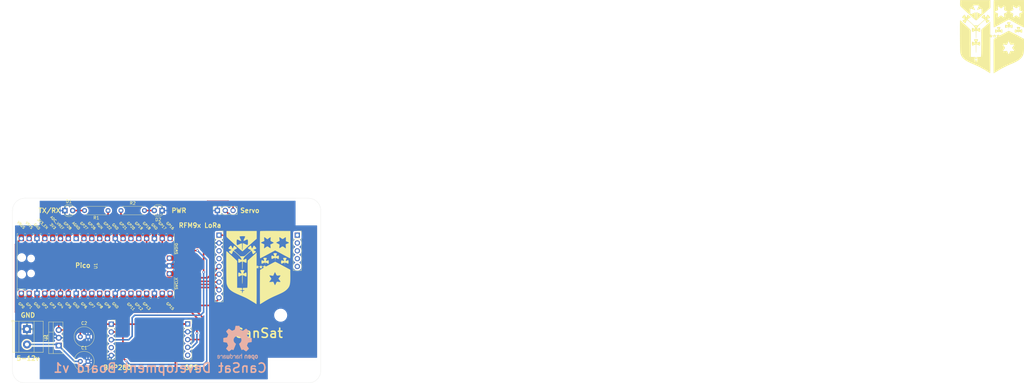
<source format=kicad_pcb>
(kicad_pcb (version 20211014) (generator pcbnew)
  (layers (0 "F.Cu" signal) (31 "B.Cu" signal) (34 "B.Paste" user) (35 "F.Paste" user) (36 "B.SilkS" user "B.Silkscreen") (37 "F.SilkS" user "F.Silkscreen") (38 "B.Mask" user) (39 "F.Mask" user) (44 "Edge.Cuts" user))
  (net 0 "")
  (net 22 "/SCL")
  (net 23 "/SDA")
  (net 24 "+5V")
  (net 25 "GND")
  (net 26 "/INT")
  (net 27 "/SCK")
  (net 28 "/MISO")
  (net 29 "/MOSI")
  (net 30 "/CS")
  (net 31 "/RST")
  (net 33 "Net-(C1-Pad1)")
  (net 36 "/TXD")
  (net 37 "/RXD")
  (net 38 "/Servo")
  (net 39 "Net-(D1-Pad2)")
  (net 40 "Net-(D2-Pad2)")
  (net 41 "/PWRLED")
  (net 42 "/TXLED")
  (footprint "MCU_RaspberryPi_and_Boards:RPi_Pico_SMD_TH" (layer "F.Cu") (at 119.111573 101.861573 90)
    (fp_text reference "U1" (at 0 0 90) (layer "F.SilkS"))
    (fp_text value "Pico")
    (fp_text user "GP12" (at -13.2 13.97 135) (layer "F.SilkS") (effects (font (size 0.8 0.8))))
    (fp_text user "GP1" (at -12.9 -21.6 135) (layer "F.SilkS") (effects (font (size 0.8 0.8))))
    (fp_text user "GP28" (at 13.054 -9.144 135) (layer "F.SilkS") (effects (font (size 0.8 0.8))))
    (fp_text user "GP22" (at 13.054 3.81 135) (layer "F.SilkS") (effects (font (size 0.8 0.8))))
    (fp_text user "GP11" (at -13.2 11.43 135) (layer "F.SilkS") (effects (font (size 0.8 0.8))))
    (fp_text user "GP18" (at 13.054 16.51 135) (layer "F.SilkS") (effects (font (size 0.8 0.8))))
    (fp_text user "GP2" (at -12.9 -16.51 135) (layer "F.SilkS") (effects (font (size 0.8 0.8))))
    (fp_text user "GP3" (at -12.8 -13.97 135) (layer "F.SilkS") (effects (font (size 0.8 0.8))))
    (fp_text user "AGND" (at 13.054 -6.35 135) (layer "F.SilkS") (effects (font (size 0.8 0.8))))
    (fp_text user "GP15" (at -13.054 24.13 135) (layer "F.SilkS") (effects (font (size 0.8 0.8))))
    (fp_text user "GP19" (at 13.054 13.97 135) (layer "F.SilkS") (effects (font (size 0.8 0.8))))
    (fp_text user "SWCLK" (at -5.7 26.2 90) (layer "F.SilkS") (effects (font (size 0.8 0.8))))
    (fp_text user "GP17" (at 13.054 21.59 135) (layer "F.SilkS") (effects (font (size 0.8 0.8))))
    (fp_text user "GP20" (at 13.054 11.43 135) (layer "F.SilkS") (effects (font (size 0.8 0.8))))
    (fp_text user "ADC_VREF" (at 14 -12.5 135) (layer "F.SilkS") (effects (font (size 0.8 0.8))))
    (fp_text user "GP27" (at 13.054 -3.8 135) (layer "F.SilkS") (effects (font (size 0.8 0.8))))
    (fp_text user "GND" (at -12.8 6.35 135) (layer "F.SilkS") (effects (font (size 0.8 0.8))))
    (fp_text user "GND" (at -12.8 -19.05 135) (layer "F.SilkS") (effects (font (size 0.8 0.8))))
    (fp_text user "GP0" (at -12.8 -24.13 135) (layer "F.SilkS") (effects (font (size 0.8 0.8))))
    (fp_text user "GP21" (at 13.054 8.9 135) (layer "F.SilkS") (effects (font (size 0.8 0.8))))
    (fp_text user "RUN" (at 13 1.27 135) (layer "F.SilkS") (effects (font (size 0.8 0.8))))
    (fp_text user "GND" (at 12.8 6.35 135) (layer "F.SilkS") (effects (font (size 0.8 0.8))))
    (fp_text user "3V3_EN" (at 13.7 -17.2 135) (layer "F.SilkS") (effects (font (size 0.8 0.8))))
    (fp_text user "3V3" (at 12.9 -13.9 135) (layer "F.SilkS") (effects (font (size 0.8 0.8))))
    (fp_text user "GP13" (at -13.054 16.51 135) (layer "F.SilkS") (effects (font (size 0.8 0.8))))
    (fp_text user "GP4" (at -12.8 -11.43 135) (layer "F.SilkS") (effects (font (size 0.8 0.8))))
    (fp_text user "GP5" (at -12.8 -8.89 135) (layer "F.SilkS") (effects (font (size 0.8 0.8))))
    (fp_text user "GND" (at 12.8 -19.05 135) (layer "F.SilkS") (effects (font (size 0.8 0.8))))
    (fp_text user "SWDIO" (at 5.6 26.2 90) (layer "F.SilkS") (effects (font (size 0.8 0.8))))
    (fp_text user "GP7" (at -12.7 -1.3 135) (layer "F.SilkS") (effects (font (size 0.8 0.8))))
    (fp_text user "GP9" (at -12.8 3.81 135) (layer "F.SilkS") (effects (font (size 0.8 0.8))))
    (fp_text user "GP8" (at -12.8 1.27 135) (layer "F.SilkS") (effects (font (size 0.8 0.8))))
    (fp_text user "GP26" (at 13.054 -1.27 135) (layer "F.SilkS") (effects (font (size 0.8 0.8))))
    (fp_text user "VSYS" (at 13.2 -21.59 135) (layer "F.SilkS") (effects (font (size 0.8 0.8))))
    (fp_text user "VBUS" (at 13.3 -24.2 135) (layer "F.SilkS") (effects (font (size 0.8 0.8))))
    (fp_text user "GND" (at 12.8 19.05 135) (layer "F.SilkS") (effects (font (size 0.8 0.8))))
    (fp_text user "GND" (at -12.8 -6.35 135) (layer "F.SilkS") (effects (font (size 0.8 0.8))))
    (fp_text user "GP6" (at -12.8 -3.81 135) (layer "F.SilkS") (effects (font (size 0.8 0.8))))
    (fp_text user "GP16" (at 13.054 24.13 135) (layer "F.SilkS") (effects (font (size 0.8 0.8))))
    (pad "" np_thru_hole oval locked (at 2.725 -24 90) (size 1.8 1.8) (drill 1.8) (layers *.Cu *.Mask))
    (pad "" np_thru_hole oval locked (at 2.425 -20.97 90) (size 1.5 1.5) (drill 1.5) (layers *.Cu *.Mask))
    (pad "" np_thru_hole oval locked (at -2.425 -20.97 90) (size 1.5 1.5) (drill 1.5) (layers *.Cu *.Mask))
    (pad "" np_thru_hole oval locked (at -2.725 -24 90) (size 1.8 1.8) (drill 1.8) (layers *.Cu *.Mask))
    (pad "1" thru_hole oval locked (at -8.89 -24.13 90) (size 1.7 1.7) (drill 1.02) (layers *.Cu *.Mask) (net 37 "/RXD"))
    (pad "1" smd rect locked (at -8.89 -24.13 90) (size 3.5 1.7) (drill (offset -0.9 0)) (layers "F.Cu" "F.Mask") (net 37 "/RXD"))
    (pad "2" smd rect locked (at -8.89 -21.59 90) (size 3.5 1.7) (drill (offset -0.9 0)) (layers "F.Cu" "F.Mask") (net 36 "/TXD"))
    (pad "2" thru_hole oval locked (at -8.89 -21.59 90) (size 1.7 1.7) (drill 1.02) (layers *.Cu *.Mask) (net 36 "/TXD"))
    (pad "3" thru_hole rect locked (at -8.89 -19.05 90) (size 1.7 1.7) (drill 1.02) (layers *.Cu *.Mask) (net 25 "GND"))
    (pad "3" smd rect locked (at -8.89 -19.05 90) (size 3.5 1.7) (drill (offset -0.9 0)) (layers "F.Cu" "F.Mask") (net 25 "GND"))
    (pad "4" smd rect locked (at -8.89 -16.51 90) (size 3.5 1.7) (drill (offset -0.9 0)) (layers "F.Cu" "F.Mask") (net 27 "/SCK"))
    (pad "4" thru_hole oval locked (at -8.89 -16.51 90) (size 1.7 1.7) (drill 1.02) (layers *.Cu *.Mask) (net 27 "/SCK"))
    (pad "5" thru_hole oval locked (at -8.89 -13.97 90) (size 1.7 1.7) (drill 1.02) (layers *.Cu *.Mask) (net 26 "/INT"))
    (pad "5" smd rect locked (at -8.89 -13.97 90) (size 3.5 1.7) (drill (offset -0.9 0)) (layers "F.Cu" "F.Mask") (net 26 "/INT"))
    (pad "6" thru_hole oval locked (at -8.89 -11.43 90) (size 1.7 1.7) (drill 1.02) (layers *.Cu *.Mask) (net 28 "/MISO"))
    (pad "6" smd rect locked (at -8.89 -11.43 90) (size 3.5 1.7) (drill (offset -0.9 0)) (layers "F.Cu" "F.Mask") (net 28 "/MISO"))
    (pad "7" thru_hole oval locked (at -8.89 -8.89 90) (size 1.7 1.7) (drill 1.02) (layers *.Cu *.Mask) (net 29 "/MOSI"))
    (pad "7" smd rect locked (at -8.89 -8.89 90) (size 3.5 1.7) (drill (offset -0.9 0)) (layers "F.Cu" "F.Mask") (net 29 "/MOSI"))
    (pad "8" smd rect locked (at -8.89 -6.35 90) (size 3.5 1.7) (drill (offset -0.9 0)) (layers "F.Cu" "F.Mask") (net 25 "GND"))
    (pad "8" thru_hole rect locked (at -8.89 -6.35 90) (size 1.7 1.7) (drill 1.02) (layers *.Cu *.Mask) (net 25 "GND"))
    (pad "9" smd rect locked (at -8.89 -3.81 90) (size 3.5 1.7) (drill (offset -0.9 0)) (layers "F.Cu" "F.Mask") (net 30 "/CS"))
    (pad "9" thru_hole oval locked (at -8.89 -3.81 90) (size 1.7 1.7) (drill 1.02) (layers *.Cu *.Mask) (net 30 "/CS"))
    (pad "10" thru_hole oval locked (at -8.89 -1.27 90) (size 1.7 1.7) (drill 1.02) (layers *.Cu *.Mask) (net 31 "/RST"))
    (pad "10" smd rect locked (at -8.89 -1.27 90) (size 3.5 1.7) (drill (offset -0.9 0)) (layers "F.Cu" "F.Mask") (net 31 "/RST"))
    (pad "11" thru_hole oval locked (at -8.89 1.27 90) (size 1.7 1.7) (drill 1.02) (layers *.Cu *.Mask))
    (pad "11" smd rect locked (at -8.89 1.27 90) (size 3.5 1.7) (drill (offset -0.9 0)) (layers "F.Cu" "F.Mask"))
    (pad "12" thru_hole oval locked (at -8.89 3.81 90) (size 1.7 1.7) (drill 1.02) (layers *.Cu *.Mask))
    (pad "12" smd rect locked (at -8.89 3.81 90) (size 3.5 1.7) (drill (offset -0.9 0)) (layers "F.Cu" "F.Mask"))
    (pad "13" thru_hole rect locked (at -8.89 6.35 90) (size 1.7 1.7) (drill 1.02) (layers *.Cu *.Mask) (net 25 "GND"))
    (pad "13" smd rect locked (at -8.89 6.35 90) (size 3.5 1.7) (drill (offset -0.9 0)) (layers "F.Cu" "F.Mask") (net 25 "GND"))
    (pad "14" smd rect locked (at -8.89 8.89 90) (size 3.5 1.7) (drill (offset -0.9 0)) (layers "F.Cu" "F.Mask"))
    (pad "14" thru_hole oval locked (at -8.89 8.89 90) (size 1.7 1.7) (drill 1.02) (layers *.Cu *.Mask))
    (pad "15" smd rect locked (at -8.89 11.43 90) (size 3.5 1.7) (drill (offset -0.9 0)) (layers "F.Cu" "F.Mask"))
    (pad "15" thru_hole oval locked (at -8.89 11.43 90) (size 1.7 1.7) (drill 1.02) (layers *.Cu *.Mask))
    (pad "16" smd rect locked (at -8.89 13.97 90) (size 3.5 1.7) (drill (offset -0.9 0)) (layers "F.Cu" "F.Mask"))
    (pad "16" thru_hole oval locked (at -8.89 13.97 90) (size 1.7 1.7) (drill 1.02) (layers *.Cu *.Mask))
    (pad "17" smd rect locked (at -8.89 16.51 90) (size 3.5 1.7) (drill (offset -0.9 0)) (layers "F.Cu" "F.Mask"))
    (pad "17" thru_hole oval locked (at -8.89 16.51 90) (size 1.7 1.7) (drill 1.02) (layers *.Cu *.Mask))
    (pad "18" thru_hole rect locked (at -8.89 19.05 90) (size 1.7 1.7) (drill 1.02) (layers *.Cu *.Mask) (net 25 "GND"))
    (pad "18" smd rect locked (at -8.89 19.05 90) (size 3.5 1.7) (drill (offset -0.9 0)) (layers "F.Cu" "F.Mask") (net 25 "GND"))
    (pad "19" thru_hole oval locked (at -8.89 21.59 90) (size 1.7 1.7) (drill 1.02) (layers *.Cu *.Mask))
    (pad "19" smd rect locked (at -8.89 21.59 90) (size 3.5 1.7) (drill (offset -0.9 0)) (layers "F.Cu" "F.Mask"))
    (pad "20" thru_hole oval locked (at -8.89 24.13 90) (size 1.7 1.7) (drill 1.02) (layers *.Cu *.Mask))
    (pad "20" smd rect locked (at -8.89 24.13 90) (size 3.5 1.7) (drill (offset -0.9 0)) (layers "F.Cu" "F.Mask"))
    (pad "21" thru_hole oval locked (at 8.89 24.13 90) (size 1.7 1.7) (drill 1.02) (layers *.Cu *.Mask) (net 38 "/Servo"))
    (pad "21" smd rect locked (at 8.89 24.13 90) (size 3.5 1.7) (drill (offset 0.9 0)) (layers "F.Cu" "F.Mask") (net 38 "/Servo"))
    (pad "22" smd rect locked (at 8.89 21.59 90) (size 3.5 1.7) (drill (offset 0.9 0)) (layers "F.Cu" "F.Mask") (net 22 "/SCL"))
    (pad "22" thru_hole oval locked (at 8.89 21.59 90) (size 1.7 1.7) (drill 1.02) (layers *.Cu *.Mask) (net 22 "/SCL"))
    (pad "23" smd rect locked (at 8.89 19.05 90) (size 3.5 1.7) (drill (offset 0.9 0)) (layers "F.Cu" "F.Mask") (net 25 "GND"))
    (pad "23" thru_hole rect locked (at 8.89 19.05 90) (size 1.7 1.7) (drill 1.02) (layers *.Cu *.Mask) (net 25 "GND"))
    (pad "24" smd rect locked (at 8.89 16.51 90) (size 3.5 1.7) (drill (offset 0.9 0)) (layers "F.Cu" "F.Mask") (net 23 "/SDA"))
    (pad "24" thru_hole oval locked (at 8.89 16.51 90) (size 1.7 1.7) (drill 1.02) (layers *.Cu *.Mask) (net 23 "/SDA"))
    (pad "25" thru_hole oval locked (at 8.89 13.97 90) (size 1.7 1.7) (drill 1.02) (layers *.Cu *.Mask))
    (pad "25" smd rect locked (at 8.89 13.97 90) (size 3.5 1.7) (drill (offset 0.9 0)) (layers "F.Cu" "F.Mask"))
    (pad "26" smd rect locked (at 8.89 11.43 90) (size 3.5 1.7) (drill (offset 0.9 0)) (layers "F.Cu" "F.Mask"))
    (pad "26" thru_hole oval locked (at 8.89 11.43 90) (size 1.7 1.7) (drill 1.02) (layers *.Cu *.Mask))
    (pad "27" smd rect locked (at 8.89 8.89 90) (size 3.5 1.7) (drill (offset 0.9 0)) (layers "F.Cu" "F.Mask") (net 42 "/TXLED"))
    (pad "27" thru_hole oval locked (at 8.89 8.89 90) (size 1.7 1.7) (drill 1.02) (layers *.Cu *.Mask) (net 42 "/TXLED"))
    (pad "28" smd rect locked (at 8.89 6.35 90) (size 3.5 1.7) (drill (offset 0.9 0)) (layers "F.Cu" "F.Mask") (net 25 "GND"))
    (pad "28" thru_hole rect locked (at 8.89 6.35 90) (size 1.7 1.7) (drill 1.02) (layers *.Cu *.Mask) (net 25 "GND"))
    (pad "29" thru_hole oval locked (at 8.89 3.81 90) (size 1.7 1.7) (drill 1.02) (layers *.Cu *.Mask) (net 41 "/PWRLED"))
    (pad "29" smd rect locked (at 8.89 3.81 90) (size 3.5 1.7) (drill (offset 0.9 0)) (layers "F.Cu" "F.Mask") (net 41 "/PWRLED"))
    (pad "30" thru_hole oval locked (at 8.89 1.27 90) (size 1.7 1.7) (drill 1.02) (layers *.Cu *.Mask))
    (pad "30" smd rect locked (at 8.89 1.27 90) (size 3.5 1.7) (drill (offset 0.9 0)) (layers "F.Cu" "F.Mask"))
    (pad "31" smd rect locked (at 8.89 -1.27 90) (size 3.5 1.7) (drill (offset 0.9 0)) (layers "F.Cu" "F.Mask"))
    (pad "31" thru_hole oval locked (at 8.89 -1.27 90) (size 1.7 1.7) (drill 1.02) (layers *.Cu *.Mask))
    (pad "32" smd rect locked (at 8.89 -3.81 90) (size 3.5 1.7) (drill (offset 0.9 0)) (layers "F.Cu" "F.Mask"))
    (pad "32" thru_hole oval locked (at 8.89 -3.81 90) (size 1.7 1.7) (drill 1.02) (layers *.Cu *.Mask))
    (pad "33" smd rect locked (at 8.89 -6.35 90) (size 3.5 1.7) (drill (offset 0.9 0)) (layers "F.Cu" "F.Mask"))
    (pad "33" thru_hole rect locked (at 8.89 -6.35 90) (size 1.7 1.7) (drill 1.02) (layers *.Cu *.Mask))
    (pad "34" smd rect locked (at 8.89 -8.89 90) (size 3.5 1.7) (drill (offset 0.9 0)) (layers "F.Cu" "F.Mask"))
    (pad "34" thru_hole oval locked (at 8.89 -8.89 90) (size 1.7 1.7) (drill 1.02) (layers *.Cu *.Mask))
    (pad "35" smd rect locked (at 8.89 -11.43 90) (size 3.5 1.7) (drill (offset 0.9 0)) (layers "F.Cu" "F.Mask"))
    (pad "35" thru_hole oval locked (at 8.89 -11.43 90) (size 1.7 1.7) (drill 1.02) (layers *.Cu *.Mask))
    (pad "36" smd rect locked (at 8.89 -13.97 90) (size 3.5 1.7) (drill (offset 0.9 0)) (layers "F.Cu" "F.Mask"))
    (pad "36" thru_hole oval locked (at 8.89 -13.97 90) (size 1.7 1.7) (drill 1.02) (layers *.Cu *.Mask))
    (pad "37" smd rect locked (at 8.89 -16.51 90) (size 3.5 1.7) (drill (offset 0.9 0)) (layers "F.Cu" "F.Mask"))
    (pad "37" thru_hole oval locked (at 8.89 -16.51 90) (size 1.7 1.7) (drill 1.02) (layers *.Cu *.Mask))
    (pad "38" thru_hole rect locked (at 8.89 -19.05 90) (size 1.7 1.7) (drill 1.02) (layers *.Cu *.Mask) (net 25 "GND"))
    (pad "38" smd rect locked (at 8.89 -19.05 90) (size 3.5 1.7) (drill (offset 0.9 0)) (layers "F.Cu" "F.Mask") (net 25 "GND"))
    (pad "39" smd rect locked (at 8.89 -21.59 90) (size 3.5 1.7) (drill (offset 0.9 0)) (layers "F.Cu" "F.Mask"))
    (pad "39" thru_hole oval locked (at 8.89 -21.59 90) (size 1.7 1.7) (drill 1.02) (layers *.Cu *.Mask))
    (pad "40" thru_hole oval locked (at 8.89 -24.13 90) (size 1.7 1.7) (drill 1.02) (layers *.Cu *.Mask) (net 24 "+5V"))
    (pad "40" smd rect locked (at 8.89 -24.13 90) (size 3.5 1.7) (drill (offset 0.9 0)) (layers "F.Cu" "F.Mask") (net 24 "+5V"))
    (pad "41" smd rect locked (at -2.54 23.9 180) (size 3.5 1.7) (drill (offset -0.9 0)) (layers "F.Cu" "F.Mask"))
    (pad "41" thru_hole oval locked (at -2.54 23.9 90) (size 1.7 1.7) (drill 1.02) (layers *.Cu *.Mask))
    (pad "42" smd rect locked (at 0 23.9 180) (size 3.5 1.7) (drill (offset -0.9 0)) (layers "F.Cu" "F.Mask") (net 25 "GND"))
    (pad "42" thru_hole rect locked (at 0 23.9 90) (size 1.7 1.7) (drill 1.02) (layers *.Cu *.Mask) (net 25 "GND"))
    (pad "43" smd rect locked (at 2.54 23.9 180) (size 3.5 1.7) (drill (offset -0.9 0)) (layers "F.Cu" "F.Mask"))
    (pad "43" thru_hole oval locked (at 2.54 23.9 90) (size 1.7 1.7) (drill 1.02) (layers *.Cu *.Mask))
  )
  (footprint "Connector_PinSocket_2.54mm:PinSocket_1x05_P2.54mm_Vertical" (layer "F.Cu") (at 148.94 120.69)
    (fp_text reference "GPS1" hide)
    (fp_text value "Conn_01x05_Female" hide)
    (pad "1" thru_hole rect (at 0 0) (size 1.7 1.7) (drill 1) (layers *.Cu *.Mask) (net 24 "+5V"))
    (pad "2" thru_hole oval (at 0 2.54) (size 1.7 1.7) (drill 1) (layers *.Cu *.Mask) (net 25 "GND"))
    (pad "3" thru_hole oval (at 0 5.08) (size 1.7 1.7) (drill 1) (layers *.Cu *.Mask) (net 36 "/TXD"))
    (pad "4" thru_hole oval (at 0 7.62) (size 1.7 1.7) (drill 1) (layers *.Cu *.Mask) (net 37 "/RXD"))
    (pad "5" thru_hole oval (at 0 10.16) (size 1.7 1.7) (drill 1) (layers *.Cu *.Mask))
  )
  (footprint "Connector_PinSocket_2.54mm:PinSocket_1x05_P2.54mm_Vertical" (layer "F.Cu") (at 124.161573 120.761573)
    (fp_text reference "BMP280" hide)
    (fp_text value "Conn_01x05_Female" hide)
    (pad "1" thru_hole rect (at 0 0) (size 1.7 1.7) (drill 1) (layers *.Cu *.Mask) (net 24 "+5V"))
    (pad "2" thru_hole oval (at 0 2.54) (size 1.7 1.7) (drill 1) (layers *.Cu *.Mask) (net 23 "/SDA"))
    (pad "3" thru_hole oval (at 0 5.08) (size 1.7 1.7) (drill 1) (layers *.Cu *.Mask) (net 22 "/SCL"))
    (pad "4" thru_hole oval (at 0 7.62) (size 1.7 1.7) (drill 1) (layers *.Cu *.Mask))
    (pad "5" thru_hole oval (at 0 10.16) (size 1.7 1.7) (drill 1) (layers *.Cu *.Mask) (net 25 "GND"))
  )
  (footprint "Connector_PinSocket_2.54mm:PinSocket_1x03_P2.54mm_Vertical" (layer "F.Cu") (at 158.586573 83.836573 90)
    (fp_text reference "Servo1" hide)
    (fp_text value "Conn_01x03_Male" hide)
    (pad "1" thru_hole rect (at 0 0 90) (size 1.7 1.7) (drill 1) (layers *.Cu *.Mask) (net 25 "GND"))
    (pad "2" thru_hole oval (at 0 2.54 90) (size 1.7 1.7) (drill 1) (layers *.Cu *.Mask) (net 24 "+5V"))
    (pad "3" thru_hole oval (at 0 5.08 90) (size 1.7 1.7) (drill 1) (layers *.Cu *.Mask) (net 38 "/Servo"))
  )
  (footprint "Connector_PinSocket_2.54mm:PinSocket_1x09_P2.54mm_Vertical" (layer "F.Cu") (at 159.111573 91.861573)
    (fp_text reference "RFM9xLora1" hide)
    (fp_text value "Conn_01x09_Female" hide)
    (pad "1" thru_hole rect locked (at 0 0) (size 1.7 1.7) (drill 1) (layers *.Cu *.Mask) (net 24 "+5V"))
    (pad "2" thru_hole oval locked (at 0 2.54) (size 1.7 1.7) (drill 1) (layers *.Cu *.Mask) (net 25 "GND"))
    (pad "3" thru_hole oval locked (at 0 5.08) (size 1.7 1.7) (drill 1) (layers *.Cu *.Mask))
    (pad "4" thru_hole oval locked (at 0 7.62) (size 1.7 1.7) (drill 1) (layers *.Cu *.Mask))
    (pad "5" thru_hole oval locked (at 0 10.16) (size 1.7 1.7) (drill 1) (layers *.Cu *.Mask) (net 27 "/SCK"))
    (pad "6" thru_hole oval locked (at 0 12.7) (size 1.7 1.7) (drill 1) (layers *.Cu *.Mask) (net 28 "/MISO"))
    (pad "7" thru_hole oval locked (at 0 15.24) (size 1.7 1.7) (drill 1) (layers *.Cu *.Mask) (net 29 "/MOSI"))
    (pad "8" thru_hole oval locked (at 0 17.78) (size 1.7 1.7) (drill 1) (layers *.Cu *.Mask) (net 30 "/CS"))
    (pad "9" thru_hole oval locked (at 0 20.32) (size 1.7 1.7) (drill 1) (layers *.Cu *.Mask) (net 31 "/RST"))
  )
  (footprint "Capacitor_THT:C_Radial_D6.3mm_H7.0mm_P2.50mm" (layer "F.Cu") (at 114.111573 132.861573)
    (fp_text reference "C1" (at 1.25 -4.4) (layer "F.SilkS"))
    (fp_text value "10uF")
    (pad "1" thru_hole circle (at 0 0) (size 1.6 1.6) (drill 0.8) (layers *.Cu *.Mask) (net 33 "Net-(C1-Pad1)"))
    (pad "2" thru_hole circle (at 2.5 0) (size 1.6 1.6) (drill 0.8) (layers *.Cu *.Mask) (net 25 "GND"))
  )
  (footprint "Capacitor_THT:C_Radial_D6.3mm_H7.0mm_P2.50mm" (layer "F.Cu") (at 114.111573 124.861573)
    (fp_text reference "C2" (at 1.25 -4.4) (layer "F.SilkS"))
    (fp_text value "100uF")
    (pad "1" thru_hole circle (at 0 0) (size 1.6 1.6) (drill 0.8) (layers *.Cu *.Mask) (net 24 "+5V"))
    (pad "2" thru_hole circle (at 2.5 0) (size 1.6 1.6) (drill 0.8) (layers *.Cu *.Mask) (net 25 "GND"))
  )
  (footprint "Package_TO_SOT_THT:TO-220-3_Vertical" (layer "F.Cu") (at 107.111573 127.739074 90)
    (fp_text reference "U2" (at 2.54 -4.27 90) (layer "F.SilkS"))
    (fp_text value "L7805")
    (pad "1" thru_hole rect (at 0 0 90) (size 1.905 2) (drill 1.1) (layers *.Cu *.Mask) (net 33 "Net-(C1-Pad1)"))
    (pad "2" thru_hole oval (at 2.54 0 90) (size 1.905 2) (drill 1.1) (layers *.Cu *.Mask) (net 25 "GND"))
    (pad "3" thru_hole oval (at 5.08 0 90) (size 1.905 2) (drill 1.1) (layers *.Cu *.Mask) (net 24 "+5V"))
  )
  (footprint "Resistor_THT:R_Axial_DIN0207_L6.3mm_D2.5mm_P7.62mm_Horizontal" (layer "F.Cu") (at 123.111573 83.861573 180)
    (fp_text reference "R1" (at 3.81 -2.37) (layer "F.SilkS"))
    (fp_text value "220R")
    (pad "1" thru_hole circle (at 0 0 180) (size 1.6 1.6) (drill 0.8) (layers *.Cu *.Mask) (net 41 "/PWRLED"))
    (pad "2" thru_hole oval (at 7.62 0 180) (size 1.6 1.6) (drill 0.8) (layers *.Cu *.Mask) (net 39 "Net-(D1-Pad2)"))
  )
  (footprint "Resistor_THT:R_Axial_DIN0207_L6.3mm_D2.5mm_P7.62mm_Horizontal" (layer "F.Cu") (at 127.301573 83.861573)
    (fp_text reference "R2" (at 3.81 -2.37) (layer "F.SilkS"))
    (fp_text value "220R")
    (pad "1" thru_hole circle (at 0 0) (size 1.6 1.6) (drill 0.8) (layers *.Cu *.Mask) (net 42 "/TXLED"))
    (pad "2" thru_hole oval (at 7.62 0) (size 1.6 1.6) (drill 0.8) (layers *.Cu *.Mask) (net 40 "Net-(D2-Pad2)"))
  )
  (footprint "LED_THT:LED_D3.0mm" (layer "F.Cu") (at 109.111573 83.861573)
    (fp_text reference "D1" (at 1.27 -2.96) (layer "F.SilkS"))
    (fp_text value "LED")
    (pad "1" thru_hole rect (at 0 0) (size 1.8 1.8) (drill 0.9) (layers *.Cu *.Mask) (net 25 "GND"))
    (pad "2" thru_hole circle (at 2.54 0) (size 1.8 1.8) (drill 0.9) (layers *.Cu *.Mask) (net 39 "Net-(D1-Pad2)"))
  )
  (footprint "MountingHole:MountingHole_3.2mm_M3" (layer "F.Cu") (at 96.111573 83.861573)
    (fp_text reference "REF**" hide)
    (fp_text value "MountingHole_3.2mm_M3" hide)
    (pad "" np_thru_hole circle (at 0 0) (size 3.2 3.2) (drill 3.2) (layers *.Cu *.Mask))
  )
  (footprint "MountingHole:MountingHole_3.2mm_M3" (layer "F.Cu") (at 188.111573 135.861573)
    (fp_text reference "REF**" hide)
    (fp_text value "MountingHole_3.2mm_M3" hide)
    (pad "" np_thru_hole circle (at 0 0) (size 3.2 3.2) (drill 3.2) (layers *.Cu *.Mask))
  )
  (footprint "Connector_PinSocket_2.54mm:PinSocket_1x05_P2.54mm_Vertical" (layer "F.Cu") (at 184.511573 91.861573)
    (fp_text reference "REF**" hide)
    (fp_text value "PinSocket_1x05_P2.54mm_Vertical" hide)
    (pad "1" thru_hole rect locked (at 0 0) (size 1.7 1.7) (drill 1) (layers *.Cu *.Mask))
    (pad "2" thru_hole oval locked (at 0 2.54) (size 1.7 1.7) (drill 1) (layers *.Cu *.Mask))
    (pad "3" thru_hole oval locked (at 0 5.08) (size 1.7 1.7) (drill 1) (layers *.Cu *.Mask))
    (pad "4" thru_hole oval locked (at 0 7.62) (size 1.7 1.7) (drill 1) (layers *.Cu *.Mask))
    (pad "5" thru_hole oval locked (at 0 10.16) (size 1.7 1.7) (drill 1) (layers *.Cu *.Mask))
  )
  (footprint "MountingHole:MountingHole_3.2mm_M3" (layer "F.Cu") (at 188.111573 83.861573)
    (fp_text reference "REF**" hide)
    (fp_text value "MountingHole_3.2mm_M3" hide)
    (pad "" np_thru_hole circle (at 0 0) (size 3.2 3.2) (drill 3.2) (layers *.Cu *.Mask))
  )
  (footprint "MountingHole:MountingHole_3.2mm_M3" (layer "F.Cu") (at 96.111573 135.861573)
    (fp_text reference "REF**" hide)
    (fp_text value "MountingHole_3.2mm_M3" hide)
    (pad "" np_thru_hole circle (at 0 0) (size 3.2 3.2) (drill 3.2) (layers *.Cu *.Mask))
  )
  (footprint "LED_THT:LED_D3.0mm" (layer "F.Cu") (at 140.651573 83.861573 180)
    (fp_text reference "D2" (at 1.27 -2.96) (layer "F.SilkS"))
    (fp_text value "LED")
    (pad "1" thru_hole rect (at 0 0 180) (size 1.8 1.8) (drill 0.9) (layers *.Cu *.Mask) (net 25 "GND"))
    (pad "2" thru_hole circle (at 2.54 0 180) (size 1.8 1.8) (drill 0.9) (layers *.Cu *.Mask) (net 40 "Net-(D2-Pad2)"))
  )
  (footprint "Logo:logo" (layer "F.Cu") (at 171.94 102.69)
    (fp_text reference "G***" (at 0 0) (layer "F.SilkS") (effects (font (size 1.524 1.524) (thickness 0.3))))
    (fp_text value "LOGO" hide)
  )
  (footprint "TerminalBlock_Phoenix:TerminalBlock_Phoenix_MKDS-1,5-2_1x02_P5.00mm_Horizontal" (layer "F.Cu") (at 96.806573 122.361573 -90)
    (fp_text reference "J1" (at 2.5 -6.26 -90) (layer "F.SilkS"))
    (fp_text value "Screw_Terminal_01x02" hide)
    (pad "1" thru_hole rect (at 0 0 270) (size 2.6 2.6) (drill 1.3) (layers *.Cu *.Mask) (net 25 "GND"))
    (pad "2" thru_hole circle (at 5 0 270) (size 2.6 2.6) (drill 1.3) (layers *.Cu *.Mask) (net 33 "Net-(C1-Pad1)"))
  )
  (footprint "Logo:logo" (layer "F.Cu") (at 409.94 27.69)
    (fp_text reference "G***" (at 0 0) (layer "F.SilkS") (effects (font (size 1.524 1.524) (thickness 0.3))))
    (fp_text value "LOGO" hide)
  )
  (footprint "MountingHole:MountingHole_3.2mm_M3" (layer "F.Cu") (at 179.111573 117.861573)
    (fp_text reference "REF**" hide)
    (fp_text value "MountingHole_3.2mm_M3" hide)
    (pad "" np_thru_hole circle (at 0 0) (size 3.2 3.2) (drill 3.2) (layers *.Cu *.Mask))
  )
  (footprint "MountingHole:MountingHole_3.2mm_M3" (layer "F.Cu") (at 179.111573 135.861573)
    (fp_text reference "REF**" hide)
    (fp_text value "MountingHole_3.2mm_M3" hide)
    (pad "" np_thru_hole circle (at 0 0) (size 3.2 3.2) (drill 3.2) (layers *.Cu *.Mask))
  )
  (footprint "Symbol:OSHW-Logo2_14.6x12mm_SilkScreen" (layer "B.Cu") (at 165.111573 126.861573 180)
    (fp_text reference "REF**" hide)
    (fp_text value "OSHW-Logo2_14.6x12mm_SilkScreen" hide)
  )
  (gr_arc (start 192.111573 135.861573) (mid 190.94 138.69) (end 188.111573 139.861573) (layer "Edge.Cuts") (width 0.05))
  (gr_line (start 96.111573 79.861573) (end 188.111573 79.861573) (layer "Edge.Cuts") (width 0.05))
  (gr_arc (start 188.111573 79.861573) (mid 190.94 81.033146) (end 192.111573 83.861573) (layer "Edge.Cuts") (width 0.05))
  (gr_arc (start 96.111573 139.861573) (mid 93.283146 138.69) (end 92.111573 135.861573) (layer "Edge.Cuts") (width 0.05))
  (gr_line (start 96.111573 139.861573) (end 188.111573 139.861573) (layer "Edge.Cuts") (width 0.05))
  (gr_line (start 92.111573 83.861573) (end 92.111573 135.861573) (layer "Edge.Cuts") (width 0.05))
  (gr_arc (start 92.111573 83.861573) (mid 93.283146 81.033146) (end 96.111573 79.861573) (layer "Edge.Cuts") (width 0.05))
  (gr_line (start 192.111573 135.861573) (end 192.111573 83.861573) (layer "Edge.Cuts") (width 0.05))
  (gr_text "CanSat Development Board v1" (at 140 135) (layer "B.SilkS") (effects (font (size 3 3) (thickness 0.5)) (justify mirror)))
  (gr_text "Pico" (at 114.94 101.69) (layer "F.SilkS") (effects (font (size 1.5 1.5) (thickness 0.3))))
  (gr_text "CanSat" (at 171.94 123.69) (layer "F.SilkS") (effects (font (size 3 3) (thickness 0.5))))
  (gr_text "GPS" (at 150.111573 134.861573) (layer "F.SilkS") (effects (font (size 1.5 1.5) (thickness 0.3))))
  (gr_text "PWR" (at 146.111573 83.861573) (layer "F.SilkS") (effects (font (size 1.5 1.5) (thickness 0.3))))
  (gr_text "Servo" (at 169.111573 83.861573) (layer "F.SilkS") (effects (font (size 1.5 1.5) (thickness 0.3))))
  (gr_text "GND" (at 97.111573 117.861573) (layer "F.SilkS") (effects (font (size 1.5 1.5) (thickness 0.3))))
  (gr_text "5-12v" (at 97.111573 131.861573) (layer "F.SilkS") (effects (font (size 1.5 1.5) (thickness 0.3))))
  (gr_text "BMP280" (at 126.111573 134.861573) (layer "F.SilkS") (effects (font (size 1.5 1.5) (thickness 0.3))))
  (gr_text "RFM9x LoRa" (at 152.94 88.69) (layer "F.SilkS") (effects (font (size 1.5 1.5) (thickness 0.3))))
  (gr_text "TX/RX" (at 104.111573 83.861573) (layer "F.SilkS") (effects (font (size 1.5 1.5) (thickness 0.3))))
  (segment (start 153.111573 95.861573) (end 154.111573 96.861573) (width 0.5) (layer "F.Cu") (net 22))
  (segment (start 154.111573 96.861573) (end 154.111573 103.861573) (width 0.5) (layer "F.Cu") (net 22))
  (segment (start 141.111573 94.861573) (end 142.111573 95.861573) (width 0.5) (layer "F.Cu") (net 22))
  (segment (start 142.111573 95.861573) (end 153.111573 95.861573) (width 0.5) (layer "F.Cu") (net 22))
  (segment (start 124.880595 125.841573) (end 124.161573 125.841573) (width 0.5) (layer "F.Cu") (net 22))
  (segment (start 140.701573 94.451573) (end 141.111573 94.861573) (width 0.5) (layer "F.Cu") (net 22))
  (segment (start 140.701573 92.971573) (end 140.701573 94.451573) (width 0.5) (layer "F.Cu") (net 22))
  (via (at 154.111573 103.861573) (size 0.8) (drill 0.4) (layers "F.Cu" "B.Cu") (net 22))
  (segment (start 130.94 124.69) (end 129.788427 125.841573) (width 0.5) (layer "B.Cu") (net 22))
  (segment (start 131.768427 117.861573) (end 130.94 118.69) (width 0.5) (layer "B.Cu") (net 22))
  (segment (start 154.111573 116.861573) (end 153.111573 117.861573) (width 0.5) (layer "B.Cu") (net 22))
  (segment (start 153.111573 117.861573) (end 131.768427 117.861573) (width 0.5) (layer "B.Cu") (net 22))
  (segment (start 154.111573 103.861573) (end 154.111573 116.861573) (width 0.5) (layer "B.Cu") (net 22))
  (segment (start 130.94 118.69) (end 130.94 124.69) (width 0.5) (layer "B.Cu") (net 22))
  (segment (start 129.788427 125.841573) (end 124.161573 125.841573) (width 0.5) (layer "B.Cu") (net 22))
  (segment (start 135.621573 95.371573) (end 135.621573 92.971573) (width 0.5) (layer "F.Cu") (net 23))
  (segment (start 127.94 124.69) (end 127.94 131.69) (width 0.5) (layer "F.Cu") (net 23))
  (segment (start 152.111573 96.861573) (end 137.111573 96.861573) (width 0.5) (layer "F.Cu") (net 23))
  (segment (start 124.161573 123.301573) (end 126.551573 123.301573) (width 0.5) (layer "F.Cu") (net 23))
  (segment (start 126.551573 123.301573) (end 127.94 124.69) (width 0.5) (layer "F.Cu") (net 23))
  (segment (start 127.94 131.69) (end 128.94 132.69) (width 0.5) (layer "F.Cu") (net 23))
  (segment (start 137.111573 96.861573) (end 135.621573 95.371573) (width 0.5) (layer "F.Cu") (net 23))
  (via (at 152.111573 96.861573) (size 0.8) (drill 0.4) (layers "F.Cu" "B.Cu") (net 23))
  (via (at 128.94 132.69) (size 0.8) (drill 0.4) (layers "F.Cu" "B.Cu") (net 23))
  (segment (start 154.111573 133.861573) (end 155.111573 132.861573) (width 0.5) (layer "B.Cu") (net 23))
  (segment (start 155.111573 132.861573) (end 155.111573 99.861573) (width 0.5) (layer "B.Cu") (net 23))
  (segment (start 130.111573 133.861573) (end 128.94 132.69) (width 0.5) (layer "B.Cu") (net 23))
  (segment (start 130.111573 133.861573) (end 154.111573 133.861573) (width 0.5) (layer "B.Cu") (net 23))
  (segment (start 155.111573 99.861573) (end 152.111573 96.861573) (width 0.5) (layer "B.Cu") (net 23))
  (segment (start 144.94 134.69) (end 144.94 122.69) (width 0.5) (layer "F.Cu") (net 24))
  (segment (start 148.868427 120.761573) (end 148.94 120.69) (width 0.5) (layer "F.Cu") (net 24))
  (segment (start 113.314072 122.659074) (end 114.111573 123.456575) (width 0.5) (layer "F.Cu") (net 24))
  (segment (start 161.768427 91.861573) (end 162.94 93.033146) (width 0.5) (layer "F.Cu") (net 24))
  (segment (start 114.111573 123.456575) (end 116.806575 120.761573) (width 0.5) (layer "F.Cu") (net 24))
  (segment (start 116.806575 120.761573) (end 124.161573 120.761573) (width 0.5) (layer "F.Cu") (net 24))
  (segment (start 107.111573 122.659074) (end 107.111573 119.861573) (width 0.5) (layer "F.Cu") (net 24))
  (segment (start 162.94 85.65) (end 162.94 90.69) (width 0.5) (layer "F.Cu") (net 24))
  (segment (start 161.126573 83.836573) (end 162.94 85.65) (width 0.5) (layer "F.Cu") (net 24))
  (segment (start 162.94 90.69) (end 161.768427 91.861573) (width 0.5) (layer "F.Cu") (net 24))
  (segment (start 93.111573 116.861573) (end 93.111573 94.841573) (width 0.5) (layer "F.Cu") (net 24))
  (segment (start 145.94 135.69) (end 144.94 134.69) (width 0.5) (layer "F.Cu") (net 24))
  (segment (start 114.111573 123.456575) (end 114.111573 124.861573) (width 0.5) (layer "F.Cu") (net 24))
  (segment (start 161.94 135.69) (end 145.94 135.69) (width 0.5) (layer "F.Cu") (net 24))
  (segment (start 94.111573 117.861573) (end 93.111573 116.861573) (width 0.5) (layer "F.Cu") (net 24))
  (segment (start 162.94 93.033146) (end 162.94 134.69) (width 0.5) (layer "F.Cu") (net 24))
  (segment (start 107.111573 119.861573) (end 105.111573 117.861573) (width 0.5) (layer "F.Cu") (net 24))
  (segment (start 124.161573 120.761573) (end 148.868427 120.761573) (width 0.5) (layer "F.Cu") (net 24))
  (segment (start 105.111573 117.861573) (end 94.111573 117.861573) (width 0.5) (layer "F.Cu") (net 24))
  (segment (start 93.111573 94.841573) (end 94.981573 92.971573) (width 0.5) (layer "F.Cu") (net 24))
  (segment (start 146.94 120.69) (end 148.94 120.69) (width 0.5) (layer "F.Cu") (net 24))
  (segment (start 161.768427 91.861573) (end 159.111573 91.861573) (width 0.5) (layer "F.Cu") (net 24))
  (segment (start 162.94 134.69) (end 161.94 135.69) (width 0.5) (layer "F.Cu") (net 24))
  (segment (start 107.111573 122.659074) (end 113.314072 122.659074) (width 0.5) (layer "F.Cu") (net 24))
  (segment (start 144.94 122.69) (end 146.94 120.69) (width 0.5) (layer "F.Cu") (net 24))
  (segment (start 104.111573 85.69) (end 100.061573 89.74) (width 0.5) (layer "B.Cu") (net 25))
  (segment (start 116.611573 121.861573) (end 116.611573 132.861573) (width 0.5) (layer "B.Cu") (net 25))
  (segment (start 104.274072 122.361573) (end 107.111573 125.199074) (width 0.5) (layer "B.Cu") (net 25))
  (segment (start 100.061573 114.911573) (end 96.806573 118.166573) (width 0.5) (layer "B.Cu") (net 25))
  (segment (start 138.161573 97.911573) (end 142.111573 101.861573) (width 0.5) (layer "B.Cu") (net 25))
  (segment (start 134.351573 101.861573) (end 142.111573 101.861573) (width 0.5) (layer "B.Cu") (net 25))
  (segment (start 140.651573 83.861573) (end 140.651573 84.321573) (width 0.5) (layer "B.Cu") (net 25))
  (segment (start 158.586573 83.836573) (end 158.586573 86.286573) (width 0.5) (layer "B.Cu") (net 25))
  (segment (start 96.806573 118.166573) (end 96.806573 122.361573) (width 0.5) (layer "B.Cu") (net 25))
  (segment (start 109.111573 83.861573) (end 104.111573 83.861573) (width 0.5) (layer "B.Cu") (net 25))
  (segment (start 138.161573 92.971573) (end 138.161573 97.911573) (width 0.5) (layer "B.Cu") (net 25))
  (segment (start 150.471573 94.401573) (end 150.061573 94.811573) (width 0.5) (layer "B.Cu") (net 25))
  (segment (start 96.806573 122.361573) (end 104.274072 122.361573) (width 0.5) (layer "B.Cu") (net 25))
  (segment (start 150.061573 94.811573) (end 143.011573 101.861573) (width 0.5) (layer "B.Cu") (net 25))
  (segment (start 159.111573 94.401573) (end 150.471573 94.401573) (width 0.5) (layer "B.Cu") (net 25))
  (segment (start 100.061573 92.971573) (end 100.061573 110.751573) (width 0.5) (layer "B.Cu") (net 25))
  (segment (start 148.94 123.23) (end 146.4 123.23) (width 0.5) (layer "B.Cu") (net 25))
  (segment (start 138.161573 92.971573) (end 138.161573 93.911573) (width 0.25) (layer "B.Cu") (net 25))
  (segment (start 138.161573 93.811573) (end 138.161573 92.971573) (width 0.25) (layer "B.Cu") (net 25))
  (segment (start 104.111573 85.69) (end 104.111573 83.861573) (width 0.5) (layer "B.Cu") (net 25))
  (segment (start 122.221573 132.861573) (end 124.161573 130.921573) (width 0.5) (layer "B.Cu") (net 25))
  (segment (start 125.461573 92.971573) (end 125.301573 92.811573) (width 0.25) (layer "B.Cu") (net 25))
  (segment (start 100.061573 89.69) (end 100.061573 92.971573) (width 0.5) (layer "B.Cu") (net 25))
  (segment (start 142.111573 101.861573) (end 138.161573 105.811573) (width 0.5) (layer "B.Cu") (net 25))
  (segment (start 142.111573 101.861573) (end 143.011573 101.861573) (width 0.25) (layer "B.Cu") (net 25))
  (segment (start 112.761573 118.011573) (end 108.624072 118.011573) (width 0.5) (layer "B.Cu") (net 25))
  (segment (start 140.651573 84.321573) (end 138.111573 86.861573) (width 0.5) (layer "B.Cu") (net 25))
  (segment (start 158.586573 86.286573) (end 150.061573 94.811573) (width 0.5) (layer "B.Cu") (net 25))
  (segment (start 138.111573 92.921573) (end 138.161573 92.971573) (width 0.5) (layer "B.Cu") (net 25))
  (segment (start 146.4 123.23) (end 138.708427 130.921573) (width 0.5) (layer "B.Cu") (net 25))
  (segment (start 112.761573 118.011573) (end 116.611573 121.861573) (width 0.5) (layer "B.Cu") (net 25))
  (segment (start 138.111573 86.861573) (end 138.111573 92.921573) (width 0.5) (layer "B.Cu") (net 25))
  (segment (start 112.761573 110.751573) (end 112.761573 118.011573) (width 0.5) (layer "B.Cu") (net 25))
  (segment (start 108.624072 118.011573) (end 104.274072 122.361573) (width 0.5) (layer "B.Cu") (net 25))
  (segment (start 138.161573 105.811573) (end 138.161573 110.751573) (width 0.5) (layer "B.Cu") (net 25))
  (segment (start 125.461573 92.971573) (end 134.351573 101.861573) (width 0.5) (layer "B.Cu") (net 25))
  (segment (start 125.461573 110.751573) (end 134.351573 101.861573) (width 0.5) (layer "B.Cu") (net 25))
  (segment (start 138.708427 130.921573) (end 124.161573 130.921573) (width 0.5) (layer "B.Cu") (net 25))
  (segment (start 116.611573 132.861573) (end 122.221573 132.861573) (width 0.5) (layer "B.Cu") (net 25))
  (segment (start 100.061573 110.751573) (end 100.061573 114.911573) (width 0.5) (layer "B.Cu") (net 25))
  (segment (start 155.432062 105.701084) (end 159.111573 102.021573) (width 0.5) (layer "F.Cu") (net 27))
  (segment (start 107.652062 105.701084) (end 155.432062 105.701084) (width 0.5) (layer "F.Cu") (net 27))
  (segment (start 102.601573 110.751573) (end 107.652062 105.701084) (width 0.5) (layer "F.Cu") (net 27))
  (segment (start 107.681573 110.751573) (end 107.681573 113.093654) (width 0.5) (layer "F.Cu") (net 28))
  (segment (start 155.961573 106.861573) (end 155.111573 106.861573) (width 0.5) (layer "F.Cu") (net 28))
  (segment (start 155.260843 106.861573) (end 110.111573 106.861573) (width 0.5) (layer "F.Cu") (net 28))
  (segment (start 110.111573 106.861573) (end 107.681573 109.291573) (width 0.5) (layer "F.Cu") (net 28))
  (segment (start 158.261573 104.561573) (end 159.111573 104.561573) (width 0.5) (layer "F.Cu") (net 28))
  (segment (start 107.681573 109.291573) (end 107.681573 110.751573) (width 0.5) (layer "F.Cu") (net 28))
  (segment (start 158.261573 104.561573) (end 155.961573 106.861573) (width 0.5) (layer "F.Cu") (net 28))
  (segment (start 110.221573 110.751573) (end 110.221573 112.610595) (width 0.5) (layer "F.Cu") (net 29))
  (segment (start 156.111573 107.861573) (end 156.871573 107.101573) (width 0.5) (layer "F.Cu") (net 29))
  (segment (start 112.111573 107.861573) (end 110.111573 109.861573) (width 0.5) (layer "F.Cu") (net 29))
  (segment (start 112.111573 107.861573) (end 156.111573 107.861573) (width 0.5) (layer "F.Cu") (net 29))
  (segment (start 110.111573 109.861573) (end 110.111573 110.641573) (width 0.5) (layer "F.Cu") (net 29))
  (segment (start 110.111573 110.641573) (end 110.221573 110.751573) (width 0.5) (layer "F.Cu") (net 29))
  (segment (start 156.871573 107.101573) (end 159.111573 107.101573) (width 0.5) (layer "F.Cu") (net 29))
  (segment (start 116.111573 108.861573) (end 115.301573 109.671573) (width 0.5) (layer "F.Cu") (net 30))
  (segment (start 159.111573 109.641573) (end 158.331573 108.861573) (width 0.5) (layer "F.Cu") (net 30))
  (segment (start 158.331573 108.861573) (end 116.111573 108.861573) (width 0.5) (layer "F.Cu") (net 30))
  (segment (start 115.301573 109.671573) (end 115.301573 110.751573) (width 0.5) (layer "F.Cu") (net 30))
  (segment (start 119.94 114.69) (end 156.94 114.69) (width 0.5) (layer "F.Cu") (net 31))
  (segment (start 156.94 114.69) (end 159.111573 112.518427) (width 0.5) (layer "F.Cu") (net 31))
  (segment (start 117.841573 110.751573) (end 117.841573 112.610595) (width 0.5) (layer "F.Cu") (net 31))
  (segment (start 117.841573 112.610595) (end 119.092551 113.861573) (width 0.5) (layer "F.Cu") (net 31))
  (segment (start 119.092551 113.861573) (end 119.111573 113.861573) (width 0.5) (layer "F.Cu") (net 31))
  (segment (start 119.111573 113.861573) (end 119.94 114.69) (width 0.5) (layer "F.Cu") (net 31))
  (segment (start 159.111573 112.518427) (end 159.111573 112.181573) (width 0.5) (layer "F.Cu") (net 31))
  (segment (start 96.806573 127.361573) (end 106.734072 127.361573) (width 0.5) (layer "B.Cu") (net 33))
  (segment (start 106.734072 127.361573) (end 107.111573 127.739074) (width 0.5) (layer "B.Cu") (net 33))
  (segment (start 112.234072 132.861573) (end 107.111573 127.739074) (width 0.5) (layer "B.Cu") (net 33))
  (segment (start 114.111573 132.861573) (end 112.234072 132.861573) (width 0.5) (layer "B.Cu") (net 33))
  (segment (start 97.521573 113.271573) (end 100.111573 115.861573) (width 0.5) (layer "F.Cu") (net 36))
  (segment (start 151.111573 115.861573) (end 153.94 118.69) (width 0.5) (layer "F.Cu") (net 36))
  (segment (start 100.111573 115.861573) (end 151.111573 115.861573) (width 0.5) (layer "F.Cu") (net 36))
  (segment (start 153.94 118.69) (end 153.94 124.69) (width 0.5) (layer "F.Cu") (net 36))
  (segment (start 153.94 124.69) (end 152.86 125.77) (width 0.5) (layer "F.Cu") (net 36))
  (segment (start 97.521573 110.751573) (end 97.521573 113.271573) (width 0.5) (layer "F.Cu") (net 36))
  (segment (start 152.86 125.77) (end 148.94 125.77) (width 0.5) (layer "F.Cu") (net 36))
  (segment (start 94.981573 110.751573) (end 94.981573 112.610595) (width 0.5) (layer "F.Cu") (net 37))
  (segment (start 99.232551 116.861573) (end 139.111573 116.861573) (width 0.5) (layer "F.Cu") (net 37))
  (segment (start 150.111573 116.861573) (end 151.94 118.69) (width 0.5) (layer "F.Cu") (net 37))
  (segment (start 94.981573 112.610595) (end 99.232551 116.861573) (width 0.5) (layer "F.Cu") (net 37))
  (segment (start 151.94 118.69) (end 151.94 123.69) (width 0.5) (layer "F.Cu") (net 37))
  (segment (start 139.111573 116.861573) (end 150.111573 116.861573) (width 0.5) (layer "F.Cu") (net 37))
  (via (at 151.94 123.69) (size 0.8) (drill 0.4) (layers "F.Cu" "B.Cu") (net 37))
  (via (at 151.94 123.69) (size 0.8) (drill 0.4) (layers "F.Cu" "B.Cu") (net 37))
  (segment (start 151.94 123.69) (end 151.94 126.69) (width 0.5) (layer "B.Cu") (net 37))
  (segment (start 150.32 128.31) (end 148.94 128.31) (width 0.5) (layer "B.Cu") (net 37))
  (segment (start 151.94 126.69) (end 150.32 128.31) (width 0.5) (layer "B.Cu") (net 37))
  (segment (start 162.111573 80.861573) (end 163.666573 82.416573) (width 0.5) (layer "F.Cu") (net 38))
  (segment (start 163.666573 82.416573) (end 163.666573 83.836573) (width 0.5) (layer "F.Cu") (net 38))
  (segment (start 155.351573 80.861573) (end 162.111573 80.861573) (width 0.5) (layer "F.Cu") (net 38))
  (segment (start 143.241573 92.971573) (end 155.351573 80.861573) (width 0.5) (layer "F.Cu") (net 38))
  (segment (start 111.651573 83.861573) (end 115.491573 83.861573) (width 0.5) (layer "F.Cu") (net 39))
  (segment (start 134.921573 83.861573) (end 138.111573 83.861573) (width 0.5) (layer "F.Cu") (net 40))
  (segment (start 123.111573 92.781573) (end 122.921573 92.971573) (width 0.5) (layer "F.Cu") (net 41))
  (segment (start 123.111573 83.861573) (end 123.111573 92.781573) (width 0.5) (layer "F.Cu") (net 41))
  (segment (start 127.301573 92.271573) (end 128.001573 92.971573) (width 0.5) (layer "F.Cu") (net 42))
  (segment (start 127.301573 83.861573) (end 127.301573 92.271573) (width 0.5) (layer "F.Cu") (net 42))
  (segment (start 128.301573 92.671573) (end 128.001573 92.971573) (width 0.5) (layer "F.Cu") (net 42))
  (zone (net 25) (net_name "GND") (layer "B.Cu") (connect_pads (clearance 0.508)) (min_thickness 0.254) (fill yes (thermal_gap 0.508) (thermal_bridge_width 0.508))
    (polygon (pts (xy 183.94 88.69) (xy 190.94 88.69) (xy 190.94 131.69) (xy 174.94 131.69) (xy 174.94 138.69) (xy 100.94 138.69) (xy 100.94 131.69) (xy 92.94 131.69) (xy 92.94 88.69) (xy 100.94 88.69) (xy 100.94 80.69) (xy 183.94 80.69)))
  )
)
</source>
